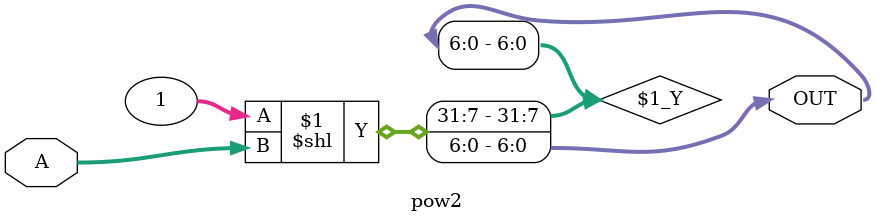
<source format=v>
`timescale 1ns / 1ps
module pow2(A,OUT);
input [6:0] A;
output [6:0] OUT;
assign OUT = 2**A;
endmodule

</source>
